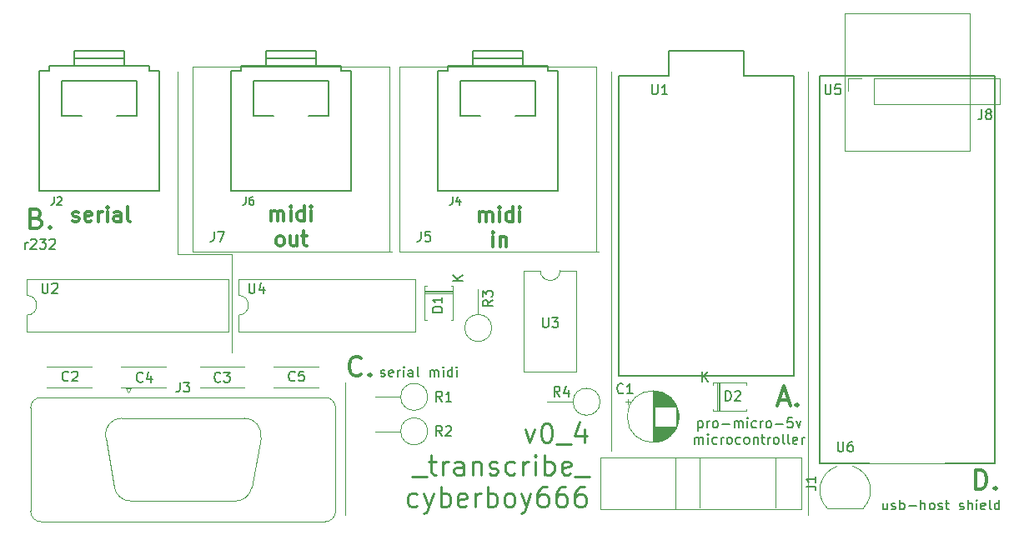
<source format=gto>
G04 #@! TF.GenerationSoftware,KiCad,Pcbnew,(5.1.4-0-10_14)*
G04 #@! TF.CreationDate,2021-06-29T13:44:29+12:00*
G04 #@! TF.ProjectId,transcribe_circuit,7472616e-7363-4726-9962-655f63697263,rev?*
G04 #@! TF.SameCoordinates,Original*
G04 #@! TF.FileFunction,Legend,Top*
G04 #@! TF.FilePolarity,Positive*
%FSLAX46Y46*%
G04 Gerber Fmt 4.6, Leading zero omitted, Abs format (unit mm)*
G04 Created by KiCad (PCBNEW (5.1.4-0-10_14)) date 2021-06-29 13:44:29*
%MOMM*%
%LPD*%
G04 APERTURE LIST*
%ADD10C,0.300000*%
%ADD11C,0.350000*%
%ADD12C,0.120000*%
%ADD13C,0.250000*%
%ADD14C,0.150000*%
G04 APERTURE END LIST*
D10*
X-243335714Y774796428D02*
X-243335714Y775796428D01*
X-243335714Y775653571D02*
X-243264285Y775725000D01*
X-243121428Y775796428D01*
X-242907142Y775796428D01*
X-242764285Y775725000D01*
X-242692857Y775582142D01*
X-242692857Y774796428D01*
X-242692857Y775582142D02*
X-242621428Y775725000D01*
X-242478571Y775796428D01*
X-242264285Y775796428D01*
X-242121428Y775725000D01*
X-242050000Y775582142D01*
X-242050000Y774796428D01*
X-241335714Y774796428D02*
X-241335714Y775796428D01*
X-241335714Y776296428D02*
X-241407142Y776225000D01*
X-241335714Y776153571D01*
X-241264285Y776225000D01*
X-241335714Y776296428D01*
X-241335714Y776153571D01*
X-239978571Y774796428D02*
X-239978571Y776296428D01*
X-239978571Y774867857D02*
X-240121428Y774796428D01*
X-240407142Y774796428D01*
X-240550000Y774867857D01*
X-240621428Y774939285D01*
X-240692857Y775082142D01*
X-240692857Y775510714D01*
X-240621428Y775653571D01*
X-240550000Y775725000D01*
X-240407142Y775796428D01*
X-240121428Y775796428D01*
X-239978571Y775725000D01*
X-239264285Y774796428D02*
X-239264285Y775796428D01*
X-239264285Y776296428D02*
X-239335714Y776225000D01*
X-239264285Y776153571D01*
X-239192857Y776225000D01*
X-239264285Y776296428D01*
X-239264285Y776153571D01*
X-241978571Y772246428D02*
X-241978571Y773246428D01*
X-241978571Y773746428D02*
X-242050000Y773675000D01*
X-241978571Y773603571D01*
X-241907142Y773675000D01*
X-241978571Y773746428D01*
X-241978571Y773603571D01*
X-241264285Y773246428D02*
X-241264285Y772246428D01*
X-241264285Y773103571D02*
X-241192857Y773175000D01*
X-241050000Y773246428D01*
X-240835714Y773246428D01*
X-240692857Y773175000D01*
X-240621428Y773032142D01*
X-240621428Y772246428D01*
X-264535714Y774896428D02*
X-264535714Y775896428D01*
X-264535714Y775753571D02*
X-264464285Y775825000D01*
X-264321428Y775896428D01*
X-264107142Y775896428D01*
X-263964285Y775825000D01*
X-263892857Y775682142D01*
X-263892857Y774896428D01*
X-263892857Y775682142D02*
X-263821428Y775825000D01*
X-263678571Y775896428D01*
X-263464285Y775896428D01*
X-263321428Y775825000D01*
X-263250000Y775682142D01*
X-263250000Y774896428D01*
X-262535714Y774896428D02*
X-262535714Y775896428D01*
X-262535714Y776396428D02*
X-262607142Y776325000D01*
X-262535714Y776253571D01*
X-262464285Y776325000D01*
X-262535714Y776396428D01*
X-262535714Y776253571D01*
X-261178571Y774896428D02*
X-261178571Y776396428D01*
X-261178571Y774967857D02*
X-261321428Y774896428D01*
X-261607142Y774896428D01*
X-261750000Y774967857D01*
X-261821428Y775039285D01*
X-261892857Y775182142D01*
X-261892857Y775610714D01*
X-261821428Y775753571D01*
X-261750000Y775825000D01*
X-261607142Y775896428D01*
X-261321428Y775896428D01*
X-261178571Y775825000D01*
X-260464285Y774896428D02*
X-260464285Y775896428D01*
X-260464285Y776396428D02*
X-260535714Y776325000D01*
X-260464285Y776253571D01*
X-260392857Y776325000D01*
X-260464285Y776396428D01*
X-260464285Y776253571D01*
X-263714285Y772346428D02*
X-263857142Y772417857D01*
X-263928571Y772489285D01*
X-264000000Y772632142D01*
X-264000000Y773060714D01*
X-263928571Y773203571D01*
X-263857142Y773275000D01*
X-263714285Y773346428D01*
X-263500000Y773346428D01*
X-263357142Y773275000D01*
X-263285714Y773203571D01*
X-263214285Y773060714D01*
X-263214285Y772632142D01*
X-263285714Y772489285D01*
X-263357142Y772417857D01*
X-263500000Y772346428D01*
X-263714285Y772346428D01*
X-261928571Y773346428D02*
X-261928571Y772346428D01*
X-262571428Y773346428D02*
X-262571428Y772560714D01*
X-262500000Y772417857D01*
X-262357142Y772346428D01*
X-262142857Y772346428D01*
X-262000000Y772417857D01*
X-261928571Y772489285D01*
X-261428571Y773346428D02*
X-260857142Y773346428D01*
X-261214285Y773846428D02*
X-261214285Y772560714D01*
X-261142857Y772417857D01*
X-261000000Y772346428D01*
X-260857142Y772346428D01*
X-284657142Y774892857D02*
X-284514285Y774821428D01*
X-284228571Y774821428D01*
X-284085714Y774892857D01*
X-284014285Y775035714D01*
X-284014285Y775107142D01*
X-284085714Y775250000D01*
X-284228571Y775321428D01*
X-284442857Y775321428D01*
X-284585714Y775392857D01*
X-284657142Y775535714D01*
X-284657142Y775607142D01*
X-284585714Y775750000D01*
X-284442857Y775821428D01*
X-284228571Y775821428D01*
X-284085714Y775750000D01*
X-282800000Y774892857D02*
X-282942857Y774821428D01*
X-283228571Y774821428D01*
X-283371428Y774892857D01*
X-283442857Y775035714D01*
X-283442857Y775607142D01*
X-283371428Y775750000D01*
X-283228571Y775821428D01*
X-282942857Y775821428D01*
X-282800000Y775750000D01*
X-282728571Y775607142D01*
X-282728571Y775464285D01*
X-283442857Y775321428D01*
X-282085714Y774821428D02*
X-282085714Y775821428D01*
X-282085714Y775535714D02*
X-282014285Y775678571D01*
X-281942857Y775750000D01*
X-281800000Y775821428D01*
X-281657142Y775821428D01*
X-281157142Y774821428D02*
X-281157142Y775821428D01*
X-281157142Y776321428D02*
X-281228571Y776250000D01*
X-281157142Y776178571D01*
X-281085714Y776250000D01*
X-281157142Y776321428D01*
X-281157142Y776178571D01*
X-279800000Y774821428D02*
X-279800000Y775607142D01*
X-279871428Y775750000D01*
X-280014285Y775821428D01*
X-280300000Y775821428D01*
X-280442857Y775750000D01*
X-279800000Y774892857D02*
X-279942857Y774821428D01*
X-280300000Y774821428D01*
X-280442857Y774892857D01*
X-280514285Y775035714D01*
X-280514285Y775178571D01*
X-280442857Y775321428D01*
X-280300000Y775392857D01*
X-279942857Y775392857D01*
X-279800000Y775464285D01*
X-278871428Y774821428D02*
X-279014285Y774892857D01*
X-279085714Y775035714D01*
X-279085714Y776321428D01*
D11*
X-193000000Y747595238D02*
X-193000000Y749595238D01*
X-192523809Y749595238D01*
X-192238095Y749500000D01*
X-192047619Y749309523D01*
X-191952380Y749119047D01*
X-191857142Y748738095D01*
X-191857142Y748452380D01*
X-191952380Y748071428D01*
X-192047619Y747880952D01*
X-192238095Y747690476D01*
X-192523809Y747595238D01*
X-193000000Y747595238D01*
X-191000000Y747785714D02*
X-190904761Y747690476D01*
X-191000000Y747595238D01*
X-191095238Y747690476D01*
X-191000000Y747785714D01*
X-191000000Y747595238D01*
D12*
X-268500000Y761500000D02*
X-268500000Y771500000D01*
X-274000000Y771500000D02*
X-274000000Y790000000D01*
X-268500000Y771500000D02*
X-274000000Y771500000D01*
X-257000000Y745000000D02*
X-257000000Y758500000D01*
D13*
X-238733928Y753678571D02*
X-238257738Y752345238D01*
X-237781547Y753678571D01*
X-236638690Y754345238D02*
X-236448214Y754345238D01*
X-236257738Y754250000D01*
X-236162500Y754154761D01*
X-236067261Y753964285D01*
X-235972023Y753583333D01*
X-235972023Y753107142D01*
X-236067261Y752726190D01*
X-236162500Y752535714D01*
X-236257738Y752440476D01*
X-236448214Y752345238D01*
X-236638690Y752345238D01*
X-236829166Y752440476D01*
X-236924404Y752535714D01*
X-237019642Y752726190D01*
X-237114880Y753107142D01*
X-237114880Y753583333D01*
X-237019642Y753964285D01*
X-236924404Y754154761D01*
X-236829166Y754250000D01*
X-236638690Y754345238D01*
X-235591071Y752154761D02*
X-234067261Y752154761D01*
X-232733928Y753678571D02*
X-232733928Y752345238D01*
X-233210119Y754440476D02*
X-233686309Y753011904D01*
X-232448214Y753011904D01*
X-250257738Y748904761D02*
X-248733928Y748904761D01*
X-248543452Y750428571D02*
X-247781547Y750428571D01*
X-248257738Y751095238D02*
X-248257738Y749380952D01*
X-248162500Y749190476D01*
X-247972023Y749095238D01*
X-247781547Y749095238D01*
X-247114880Y749095238D02*
X-247114880Y750428571D01*
X-247114880Y750047619D02*
X-247019642Y750238095D01*
X-246924404Y750333333D01*
X-246733928Y750428571D01*
X-246543452Y750428571D01*
X-245019642Y749095238D02*
X-245019642Y750142857D01*
X-245114880Y750333333D01*
X-245305357Y750428571D01*
X-245686309Y750428571D01*
X-245876785Y750333333D01*
X-245019642Y749190476D02*
X-245210119Y749095238D01*
X-245686309Y749095238D01*
X-245876785Y749190476D01*
X-245972023Y749380952D01*
X-245972023Y749571428D01*
X-245876785Y749761904D01*
X-245686309Y749857142D01*
X-245210119Y749857142D01*
X-245019642Y749952380D01*
X-244067261Y750428571D02*
X-244067261Y749095238D01*
X-244067261Y750238095D02*
X-243972023Y750333333D01*
X-243781547Y750428571D01*
X-243495833Y750428571D01*
X-243305357Y750333333D01*
X-243210119Y750142857D01*
X-243210119Y749095238D01*
X-242352976Y749190476D02*
X-242162500Y749095238D01*
X-241781547Y749095238D01*
X-241591071Y749190476D01*
X-241495833Y749380952D01*
X-241495833Y749476190D01*
X-241591071Y749666666D01*
X-241781547Y749761904D01*
X-242067261Y749761904D01*
X-242257738Y749857142D01*
X-242352976Y750047619D01*
X-242352976Y750142857D01*
X-242257738Y750333333D01*
X-242067261Y750428571D01*
X-241781547Y750428571D01*
X-241591071Y750333333D01*
X-239781547Y749190476D02*
X-239972023Y749095238D01*
X-240352976Y749095238D01*
X-240543452Y749190476D01*
X-240638690Y749285714D01*
X-240733928Y749476190D01*
X-240733928Y750047619D01*
X-240638690Y750238095D01*
X-240543452Y750333333D01*
X-240352976Y750428571D01*
X-239972023Y750428571D01*
X-239781547Y750333333D01*
X-238924404Y749095238D02*
X-238924404Y750428571D01*
X-238924404Y750047619D02*
X-238829166Y750238095D01*
X-238733928Y750333333D01*
X-238543452Y750428571D01*
X-238352976Y750428571D01*
X-237686309Y749095238D02*
X-237686309Y750428571D01*
X-237686309Y751095238D02*
X-237781547Y751000000D01*
X-237686309Y750904761D01*
X-237591071Y751000000D01*
X-237686309Y751095238D01*
X-237686309Y750904761D01*
X-236733928Y749095238D02*
X-236733928Y751095238D01*
X-236733928Y750333333D02*
X-236543452Y750428571D01*
X-236162500Y750428571D01*
X-235972023Y750333333D01*
X-235876785Y750238095D01*
X-235781547Y750047619D01*
X-235781547Y749476190D01*
X-235876785Y749285714D01*
X-235972023Y749190476D01*
X-236162500Y749095238D01*
X-236543452Y749095238D01*
X-236733928Y749190476D01*
X-234162500Y749190476D02*
X-234352976Y749095238D01*
X-234733928Y749095238D01*
X-234924404Y749190476D01*
X-235019642Y749380952D01*
X-235019642Y750142857D01*
X-234924404Y750333333D01*
X-234733928Y750428571D01*
X-234352976Y750428571D01*
X-234162500Y750333333D01*
X-234067261Y750142857D01*
X-234067261Y749952380D01*
X-235019642Y749761904D01*
X-233686309Y748904761D02*
X-232162500Y748904761D01*
X-249686309Y745940476D02*
X-249876785Y745845238D01*
X-250257738Y745845238D01*
X-250448214Y745940476D01*
X-250543452Y746035714D01*
X-250638690Y746226190D01*
X-250638690Y746797619D01*
X-250543452Y746988095D01*
X-250448214Y747083333D01*
X-250257738Y747178571D01*
X-249876785Y747178571D01*
X-249686309Y747083333D01*
X-249019642Y747178571D02*
X-248543452Y745845238D01*
X-248067261Y747178571D02*
X-248543452Y745845238D01*
X-248733928Y745369047D01*
X-248829166Y745273809D01*
X-249019642Y745178571D01*
X-247305357Y745845238D02*
X-247305357Y747845238D01*
X-247305357Y747083333D02*
X-247114880Y747178571D01*
X-246733928Y747178571D01*
X-246543452Y747083333D01*
X-246448214Y746988095D01*
X-246352976Y746797619D01*
X-246352976Y746226190D01*
X-246448214Y746035714D01*
X-246543452Y745940476D01*
X-246733928Y745845238D01*
X-247114880Y745845238D01*
X-247305357Y745940476D01*
X-244733928Y745940476D02*
X-244924404Y745845238D01*
X-245305357Y745845238D01*
X-245495833Y745940476D01*
X-245591071Y746130952D01*
X-245591071Y746892857D01*
X-245495833Y747083333D01*
X-245305357Y747178571D01*
X-244924404Y747178571D01*
X-244733928Y747083333D01*
X-244638690Y746892857D01*
X-244638690Y746702380D01*
X-245591071Y746511904D01*
X-243781547Y745845238D02*
X-243781547Y747178571D01*
X-243781547Y746797619D02*
X-243686309Y746988095D01*
X-243591071Y747083333D01*
X-243400595Y747178571D01*
X-243210119Y747178571D01*
X-242543452Y745845238D02*
X-242543452Y747845238D01*
X-242543452Y747083333D02*
X-242352976Y747178571D01*
X-241972023Y747178571D01*
X-241781547Y747083333D01*
X-241686309Y746988095D01*
X-241591071Y746797619D01*
X-241591071Y746226190D01*
X-241686309Y746035714D01*
X-241781547Y745940476D01*
X-241972023Y745845238D01*
X-242352976Y745845238D01*
X-242543452Y745940476D01*
X-240448214Y745845238D02*
X-240638690Y745940476D01*
X-240733928Y746035714D01*
X-240829166Y746226190D01*
X-240829166Y746797619D01*
X-240733928Y746988095D01*
X-240638690Y747083333D01*
X-240448214Y747178571D01*
X-240162500Y747178571D01*
X-239972023Y747083333D01*
X-239876785Y746988095D01*
X-239781547Y746797619D01*
X-239781547Y746226190D01*
X-239876785Y746035714D01*
X-239972023Y745940476D01*
X-240162500Y745845238D01*
X-240448214Y745845238D01*
X-239114880Y747178571D02*
X-238638690Y745845238D01*
X-238162500Y747178571D02*
X-238638690Y745845238D01*
X-238829166Y745369047D01*
X-238924404Y745273809D01*
X-239114880Y745178571D01*
X-236543452Y747845238D02*
X-236924404Y747845238D01*
X-237114880Y747750000D01*
X-237210119Y747654761D01*
X-237400595Y747369047D01*
X-237495833Y746988095D01*
X-237495833Y746226190D01*
X-237400595Y746035714D01*
X-237305357Y745940476D01*
X-237114880Y745845238D01*
X-236733928Y745845238D01*
X-236543452Y745940476D01*
X-236448214Y746035714D01*
X-236352976Y746226190D01*
X-236352976Y746702380D01*
X-236448214Y746892857D01*
X-236543452Y746988095D01*
X-236733928Y747083333D01*
X-237114880Y747083333D01*
X-237305357Y746988095D01*
X-237400595Y746892857D01*
X-237495833Y746702380D01*
X-234638690Y747845238D02*
X-235019642Y747845238D01*
X-235210119Y747750000D01*
X-235305357Y747654761D01*
X-235495833Y747369047D01*
X-235591071Y746988095D01*
X-235591071Y746226190D01*
X-235495833Y746035714D01*
X-235400595Y745940476D01*
X-235210119Y745845238D01*
X-234829166Y745845238D01*
X-234638690Y745940476D01*
X-234543452Y746035714D01*
X-234448214Y746226190D01*
X-234448214Y746702380D01*
X-234543452Y746892857D01*
X-234638690Y746988095D01*
X-234829166Y747083333D01*
X-235210119Y747083333D01*
X-235400595Y746988095D01*
X-235495833Y746892857D01*
X-235591071Y746702380D01*
X-232733928Y747845238D02*
X-233114880Y747845238D01*
X-233305357Y747750000D01*
X-233400595Y747654761D01*
X-233591071Y747369047D01*
X-233686309Y746988095D01*
X-233686309Y746226190D01*
X-233591071Y746035714D01*
X-233495833Y745940476D01*
X-233305357Y745845238D01*
X-232924404Y745845238D01*
X-232733928Y745940476D01*
X-232638690Y746035714D01*
X-232543452Y746226190D01*
X-232543452Y746702380D01*
X-232638690Y746892857D01*
X-232733928Y746988095D01*
X-232924404Y747083333D01*
X-233305357Y747083333D01*
X-233495833Y746988095D01*
X-233591071Y746892857D01*
X-233686309Y746702380D01*
D14*
X-289500000Y772047619D02*
X-289500000Y772714285D01*
X-289500000Y772523809D02*
X-289452380Y772619047D01*
X-289404761Y772666666D01*
X-289309523Y772714285D01*
X-289214285Y772714285D01*
X-288928571Y772952380D02*
X-288880952Y773000000D01*
X-288785714Y773047619D01*
X-288547619Y773047619D01*
X-288452380Y773000000D01*
X-288404761Y772952380D01*
X-288357142Y772857142D01*
X-288357142Y772761904D01*
X-288404761Y772619047D01*
X-288976190Y772047619D01*
X-288357142Y772047619D01*
X-288023809Y773047619D02*
X-287404761Y773047619D01*
X-287738095Y772666666D01*
X-287595238Y772666666D01*
X-287500000Y772619047D01*
X-287452380Y772571428D01*
X-287404761Y772476190D01*
X-287404761Y772238095D01*
X-287452380Y772142857D01*
X-287500000Y772095238D01*
X-287595238Y772047619D01*
X-287880952Y772047619D01*
X-287976190Y772095238D01*
X-288023809Y772142857D01*
X-287023809Y772952380D02*
X-286976190Y773000000D01*
X-286880952Y773047619D01*
X-286642857Y773047619D01*
X-286547619Y773000000D01*
X-286500000Y772952380D01*
X-286452380Y772857142D01*
X-286452380Y772761904D01*
X-286500000Y772619047D01*
X-287071428Y772047619D01*
X-286452380Y772047619D01*
X-253380952Y759095238D02*
X-253285714Y759047619D01*
X-253095238Y759047619D01*
X-253000000Y759095238D01*
X-252952380Y759190476D01*
X-252952380Y759238095D01*
X-253000000Y759333333D01*
X-253095238Y759380952D01*
X-253238095Y759380952D01*
X-253333333Y759428571D01*
X-253380952Y759523809D01*
X-253380952Y759571428D01*
X-253333333Y759666666D01*
X-253238095Y759714285D01*
X-253095238Y759714285D01*
X-253000000Y759666666D01*
X-252142857Y759095238D02*
X-252238095Y759047619D01*
X-252428571Y759047619D01*
X-252523809Y759095238D01*
X-252571428Y759190476D01*
X-252571428Y759571428D01*
X-252523809Y759666666D01*
X-252428571Y759714285D01*
X-252238095Y759714285D01*
X-252142857Y759666666D01*
X-252095238Y759571428D01*
X-252095238Y759476190D01*
X-252571428Y759380952D01*
X-251666666Y759047619D02*
X-251666666Y759714285D01*
X-251666666Y759523809D02*
X-251619047Y759619047D01*
X-251571428Y759666666D01*
X-251476190Y759714285D01*
X-251380952Y759714285D01*
X-251047619Y759047619D02*
X-251047619Y759714285D01*
X-251047619Y760047619D02*
X-251095238Y760000000D01*
X-251047619Y759952380D01*
X-251000000Y760000000D01*
X-251047619Y760047619D01*
X-251047619Y759952380D01*
X-250142857Y759047619D02*
X-250142857Y759571428D01*
X-250190476Y759666666D01*
X-250285714Y759714285D01*
X-250476190Y759714285D01*
X-250571428Y759666666D01*
X-250142857Y759095238D02*
X-250238095Y759047619D01*
X-250476190Y759047619D01*
X-250571428Y759095238D01*
X-250619047Y759190476D01*
X-250619047Y759285714D01*
X-250571428Y759380952D01*
X-250476190Y759428571D01*
X-250238095Y759428571D01*
X-250142857Y759476190D01*
X-249523809Y759047619D02*
X-249619047Y759095238D01*
X-249666666Y759190476D01*
X-249666666Y760047619D01*
X-248380952Y759047619D02*
X-248380952Y759714285D01*
X-248380952Y759619047D02*
X-248333333Y759666666D01*
X-248238095Y759714285D01*
X-248095238Y759714285D01*
X-248000000Y759666666D01*
X-247952380Y759571428D01*
X-247952380Y759047619D01*
X-247952380Y759571428D02*
X-247904761Y759666666D01*
X-247809523Y759714285D01*
X-247666666Y759714285D01*
X-247571428Y759666666D01*
X-247523809Y759571428D01*
X-247523809Y759047619D01*
X-247047619Y759047619D02*
X-247047619Y759714285D01*
X-247047619Y760047619D02*
X-247095238Y760000000D01*
X-247047619Y759952380D01*
X-247000000Y760000000D01*
X-247047619Y760047619D01*
X-247047619Y759952380D01*
X-246142857Y759047619D02*
X-246142857Y760047619D01*
X-246142857Y759095238D02*
X-246238095Y759047619D01*
X-246428571Y759047619D01*
X-246523809Y759095238D01*
X-246571428Y759142857D01*
X-246619047Y759238095D01*
X-246619047Y759523809D01*
X-246571428Y759619047D01*
X-246523809Y759666666D01*
X-246428571Y759714285D01*
X-246238095Y759714285D01*
X-246142857Y759666666D01*
X-245666666Y759047619D02*
X-245666666Y759714285D01*
X-245666666Y760047619D02*
X-245714285Y760000000D01*
X-245666666Y759952380D01*
X-245619047Y760000000D01*
X-245666666Y760047619D01*
X-245666666Y759952380D01*
X-221166666Y754539285D02*
X-221166666Y753539285D01*
X-221166666Y754491666D02*
X-221071428Y754539285D01*
X-220880952Y754539285D01*
X-220785714Y754491666D01*
X-220738095Y754444047D01*
X-220690476Y754348809D01*
X-220690476Y754063095D01*
X-220738095Y753967857D01*
X-220785714Y753920238D01*
X-220880952Y753872619D01*
X-221071428Y753872619D01*
X-221166666Y753920238D01*
X-220261904Y753872619D02*
X-220261904Y754539285D01*
X-220261904Y754348809D02*
X-220214285Y754444047D01*
X-220166666Y754491666D01*
X-220071428Y754539285D01*
X-219976190Y754539285D01*
X-219500000Y753872619D02*
X-219595238Y753920238D01*
X-219642857Y753967857D01*
X-219690476Y754063095D01*
X-219690476Y754348809D01*
X-219642857Y754444047D01*
X-219595238Y754491666D01*
X-219500000Y754539285D01*
X-219357142Y754539285D01*
X-219261904Y754491666D01*
X-219214285Y754444047D01*
X-219166666Y754348809D01*
X-219166666Y754063095D01*
X-219214285Y753967857D01*
X-219261904Y753920238D01*
X-219357142Y753872619D01*
X-219500000Y753872619D01*
X-218738095Y754253571D02*
X-217976190Y754253571D01*
X-217500000Y753872619D02*
X-217500000Y754539285D01*
X-217500000Y754444047D02*
X-217452380Y754491666D01*
X-217357142Y754539285D01*
X-217214285Y754539285D01*
X-217119047Y754491666D01*
X-217071428Y754396428D01*
X-217071428Y753872619D01*
X-217071428Y754396428D02*
X-217023809Y754491666D01*
X-216928571Y754539285D01*
X-216785714Y754539285D01*
X-216690476Y754491666D01*
X-216642857Y754396428D01*
X-216642857Y753872619D01*
X-216166666Y753872619D02*
X-216166666Y754539285D01*
X-216166666Y754872619D02*
X-216214285Y754825000D01*
X-216166666Y754777380D01*
X-216119047Y754825000D01*
X-216166666Y754872619D01*
X-216166666Y754777380D01*
X-215261904Y753920238D02*
X-215357142Y753872619D01*
X-215547619Y753872619D01*
X-215642857Y753920238D01*
X-215690476Y753967857D01*
X-215738095Y754063095D01*
X-215738095Y754348809D01*
X-215690476Y754444047D01*
X-215642857Y754491666D01*
X-215547619Y754539285D01*
X-215357142Y754539285D01*
X-215261904Y754491666D01*
X-214833333Y753872619D02*
X-214833333Y754539285D01*
X-214833333Y754348809D02*
X-214785714Y754444047D01*
X-214738095Y754491666D01*
X-214642857Y754539285D01*
X-214547619Y754539285D01*
X-214071428Y753872619D02*
X-214166666Y753920238D01*
X-214214285Y753967857D01*
X-214261904Y754063095D01*
X-214261904Y754348809D01*
X-214214285Y754444047D01*
X-214166666Y754491666D01*
X-214071428Y754539285D01*
X-213928571Y754539285D01*
X-213833333Y754491666D01*
X-213785714Y754444047D01*
X-213738095Y754348809D01*
X-213738095Y754063095D01*
X-213785714Y753967857D01*
X-213833333Y753920238D01*
X-213928571Y753872619D01*
X-214071428Y753872619D01*
X-213309523Y754253571D02*
X-212547619Y754253571D01*
X-211595238Y754872619D02*
X-212071428Y754872619D01*
X-212119047Y754396428D01*
X-212071428Y754444047D01*
X-211976190Y754491666D01*
X-211738095Y754491666D01*
X-211642857Y754444047D01*
X-211595238Y754396428D01*
X-211547619Y754301190D01*
X-211547619Y754063095D01*
X-211595238Y753967857D01*
X-211642857Y753920238D01*
X-211738095Y753872619D01*
X-211976190Y753872619D01*
X-212071428Y753920238D01*
X-212119047Y753967857D01*
X-211214285Y754539285D02*
X-210976190Y753872619D01*
X-210738095Y754539285D01*
X-221500000Y752222619D02*
X-221500000Y752889285D01*
X-221500000Y752794047D02*
X-221452380Y752841666D01*
X-221357142Y752889285D01*
X-221214285Y752889285D01*
X-221119047Y752841666D01*
X-221071428Y752746428D01*
X-221071428Y752222619D01*
X-221071428Y752746428D02*
X-221023809Y752841666D01*
X-220928571Y752889285D01*
X-220785714Y752889285D01*
X-220690476Y752841666D01*
X-220642857Y752746428D01*
X-220642857Y752222619D01*
X-220166666Y752222619D02*
X-220166666Y752889285D01*
X-220166666Y753222619D02*
X-220214285Y753175000D01*
X-220166666Y753127380D01*
X-220119047Y753175000D01*
X-220166666Y753222619D01*
X-220166666Y753127380D01*
X-219261904Y752270238D02*
X-219357142Y752222619D01*
X-219547619Y752222619D01*
X-219642857Y752270238D01*
X-219690476Y752317857D01*
X-219738095Y752413095D01*
X-219738095Y752698809D01*
X-219690476Y752794047D01*
X-219642857Y752841666D01*
X-219547619Y752889285D01*
X-219357142Y752889285D01*
X-219261904Y752841666D01*
X-218833333Y752222619D02*
X-218833333Y752889285D01*
X-218833333Y752698809D02*
X-218785714Y752794047D01*
X-218738095Y752841666D01*
X-218642857Y752889285D01*
X-218547619Y752889285D01*
X-218071428Y752222619D02*
X-218166666Y752270238D01*
X-218214285Y752317857D01*
X-218261904Y752413095D01*
X-218261904Y752698809D01*
X-218214285Y752794047D01*
X-218166666Y752841666D01*
X-218071428Y752889285D01*
X-217928571Y752889285D01*
X-217833333Y752841666D01*
X-217785714Y752794047D01*
X-217738095Y752698809D01*
X-217738095Y752413095D01*
X-217785714Y752317857D01*
X-217833333Y752270238D01*
X-217928571Y752222619D01*
X-218071428Y752222619D01*
X-216880952Y752270238D02*
X-216976190Y752222619D01*
X-217166666Y752222619D01*
X-217261904Y752270238D01*
X-217309523Y752317857D01*
X-217357142Y752413095D01*
X-217357142Y752698809D01*
X-217309523Y752794047D01*
X-217261904Y752841666D01*
X-217166666Y752889285D01*
X-216976190Y752889285D01*
X-216880952Y752841666D01*
X-216309523Y752222619D02*
X-216404761Y752270238D01*
X-216452380Y752317857D01*
X-216500000Y752413095D01*
X-216500000Y752698809D01*
X-216452380Y752794047D01*
X-216404761Y752841666D01*
X-216309523Y752889285D01*
X-216166666Y752889285D01*
X-216071428Y752841666D01*
X-216023809Y752794047D01*
X-215976190Y752698809D01*
X-215976190Y752413095D01*
X-216023809Y752317857D01*
X-216071428Y752270238D01*
X-216166666Y752222619D01*
X-216309523Y752222619D01*
X-215547619Y752889285D02*
X-215547619Y752222619D01*
X-215547619Y752794047D02*
X-215500000Y752841666D01*
X-215404761Y752889285D01*
X-215261904Y752889285D01*
X-215166666Y752841666D01*
X-215119047Y752746428D01*
X-215119047Y752222619D01*
X-214785714Y752889285D02*
X-214404761Y752889285D01*
X-214642857Y753222619D02*
X-214642857Y752365476D01*
X-214595238Y752270238D01*
X-214500000Y752222619D01*
X-214404761Y752222619D01*
X-214071428Y752222619D02*
X-214071428Y752889285D01*
X-214071428Y752698809D02*
X-214023809Y752794047D01*
X-213976190Y752841666D01*
X-213880952Y752889285D01*
X-213785714Y752889285D01*
X-213309523Y752222619D02*
X-213404761Y752270238D01*
X-213452380Y752317857D01*
X-213500000Y752413095D01*
X-213500000Y752698809D01*
X-213452380Y752794047D01*
X-213404761Y752841666D01*
X-213309523Y752889285D01*
X-213166666Y752889285D01*
X-213071428Y752841666D01*
X-213023809Y752794047D01*
X-212976190Y752698809D01*
X-212976190Y752413095D01*
X-213023809Y752317857D01*
X-213071428Y752270238D01*
X-213166666Y752222619D01*
X-213309523Y752222619D01*
X-212404761Y752222619D02*
X-212500000Y752270238D01*
X-212547619Y752365476D01*
X-212547619Y753222619D01*
X-211880952Y752222619D02*
X-211976190Y752270238D01*
X-212023809Y752365476D01*
X-212023809Y753222619D01*
X-211119047Y752270238D02*
X-211214285Y752222619D01*
X-211404761Y752222619D01*
X-211499999Y752270238D01*
X-211547619Y752365476D01*
X-211547619Y752746428D01*
X-211499999Y752841666D01*
X-211404761Y752889285D01*
X-211214285Y752889285D01*
X-211119047Y752841666D01*
X-211071428Y752746428D01*
X-211071428Y752651190D01*
X-211547619Y752555952D01*
X-210642857Y752222619D02*
X-210642857Y752889285D01*
X-210642857Y752698809D02*
X-210595238Y752794047D01*
X-210547619Y752841666D01*
X-210452380Y752889285D01*
X-210357142Y752889285D01*
X-201976190Y746214285D02*
X-201976190Y745547619D01*
X-202404761Y746214285D02*
X-202404761Y745690476D01*
X-202357142Y745595238D01*
X-202261904Y745547619D01*
X-202119047Y745547619D01*
X-202023809Y745595238D01*
X-201976190Y745642857D01*
X-201547619Y745595238D02*
X-201452380Y745547619D01*
X-201261904Y745547619D01*
X-201166666Y745595238D01*
X-201119047Y745690476D01*
X-201119047Y745738095D01*
X-201166666Y745833333D01*
X-201261904Y745880952D01*
X-201404761Y745880952D01*
X-201500000Y745928571D01*
X-201547619Y746023809D01*
X-201547619Y746071428D01*
X-201500000Y746166666D01*
X-201404761Y746214285D01*
X-201261904Y746214285D01*
X-201166666Y746166666D01*
X-200690476Y745547619D02*
X-200690476Y746547619D01*
X-200690476Y746166666D02*
X-200595238Y746214285D01*
X-200404761Y746214285D01*
X-200309523Y746166666D01*
X-200261904Y746119047D01*
X-200214285Y746023809D01*
X-200214285Y745738095D01*
X-200261904Y745642857D01*
X-200309523Y745595238D01*
X-200404761Y745547619D01*
X-200595238Y745547619D01*
X-200690476Y745595238D01*
X-199785714Y745928571D02*
X-199023809Y745928571D01*
X-198547619Y745547619D02*
X-198547619Y746547619D01*
X-198119047Y745547619D02*
X-198119047Y746071428D01*
X-198166666Y746166666D01*
X-198261904Y746214285D01*
X-198404761Y746214285D01*
X-198500000Y746166666D01*
X-198547619Y746119047D01*
X-197500000Y745547619D02*
X-197595238Y745595238D01*
X-197642857Y745642857D01*
X-197690476Y745738095D01*
X-197690476Y746023809D01*
X-197642857Y746119047D01*
X-197595238Y746166666D01*
X-197500000Y746214285D01*
X-197357142Y746214285D01*
X-197261904Y746166666D01*
X-197214285Y746119047D01*
X-197166666Y746023809D01*
X-197166666Y745738095D01*
X-197214285Y745642857D01*
X-197261904Y745595238D01*
X-197357142Y745547619D01*
X-197500000Y745547619D01*
X-196785714Y745595238D02*
X-196690476Y745547619D01*
X-196500000Y745547619D01*
X-196404761Y745595238D01*
X-196357142Y745690476D01*
X-196357142Y745738095D01*
X-196404761Y745833333D01*
X-196500000Y745880952D01*
X-196642857Y745880952D01*
X-196738095Y745928571D01*
X-196785714Y746023809D01*
X-196785714Y746071428D01*
X-196738095Y746166666D01*
X-196642857Y746214285D01*
X-196500000Y746214285D01*
X-196404761Y746166666D01*
X-196071428Y746214285D02*
X-195690476Y746214285D01*
X-195928571Y746547619D02*
X-195928571Y745690476D01*
X-195880952Y745595238D01*
X-195785714Y745547619D01*
X-195690476Y745547619D01*
X-194642857Y745595238D02*
X-194547619Y745547619D01*
X-194357142Y745547619D01*
X-194261904Y745595238D01*
X-194214285Y745690476D01*
X-194214285Y745738095D01*
X-194261904Y745833333D01*
X-194357142Y745880952D01*
X-194500000Y745880952D01*
X-194595238Y745928571D01*
X-194642857Y746023809D01*
X-194642857Y746071428D01*
X-194595238Y746166666D01*
X-194500000Y746214285D01*
X-194357142Y746214285D01*
X-194261904Y746166666D01*
X-193785714Y745547619D02*
X-193785714Y746547619D01*
X-193357142Y745547619D02*
X-193357142Y746071428D01*
X-193404761Y746166666D01*
X-193500000Y746214285D01*
X-193642857Y746214285D01*
X-193738095Y746166666D01*
X-193785714Y746119047D01*
X-192880952Y745547619D02*
X-192880952Y746214285D01*
X-192880952Y746547619D02*
X-192928571Y746500000D01*
X-192880952Y746452380D01*
X-192833333Y746500000D01*
X-192880952Y746547619D01*
X-192880952Y746452380D01*
X-192023809Y745595238D02*
X-192119047Y745547619D01*
X-192309523Y745547619D01*
X-192404761Y745595238D01*
X-192452380Y745690476D01*
X-192452380Y746071428D01*
X-192404761Y746166666D01*
X-192309523Y746214285D01*
X-192119047Y746214285D01*
X-192023809Y746166666D01*
X-191976190Y746071428D01*
X-191976190Y745976190D01*
X-192452380Y745880952D01*
X-191404761Y745547619D02*
X-191500000Y745595238D01*
X-191547619Y745690476D01*
X-191547619Y746547619D01*
X-190595238Y745547619D02*
X-190595238Y746547619D01*
X-190595238Y745595238D02*
X-190690476Y745547619D01*
X-190880952Y745547619D01*
X-190976190Y745595238D01*
X-191023809Y745642857D01*
X-191071428Y745738095D01*
X-191071428Y746023809D01*
X-191023809Y746119047D01*
X-190976190Y746166666D01*
X-190880952Y746214285D01*
X-190690476Y746214285D01*
X-190595238Y746166666D01*
D11*
X-255357142Y759285714D02*
X-255452380Y759190476D01*
X-255738095Y759095238D01*
X-255928571Y759095238D01*
X-256214285Y759190476D01*
X-256404761Y759380952D01*
X-256500000Y759571428D01*
X-256595238Y759952380D01*
X-256595238Y760238095D01*
X-256500000Y760619047D01*
X-256404761Y760809523D01*
X-256214285Y761000000D01*
X-255928571Y761095238D01*
X-255738095Y761095238D01*
X-255452380Y761000000D01*
X-255357142Y760904761D01*
X-254500000Y759285714D02*
X-254404761Y759190476D01*
X-254500000Y759095238D01*
X-254595238Y759190476D01*
X-254500000Y759285714D01*
X-254500000Y759095238D01*
X-288333333Y775142857D02*
X-288047619Y775047619D01*
X-287952380Y774952380D01*
X-287857142Y774761904D01*
X-287857142Y774476190D01*
X-287952380Y774285714D01*
X-288047619Y774190476D01*
X-288238095Y774095238D01*
X-289000000Y774095238D01*
X-289000000Y776095238D01*
X-288333333Y776095238D01*
X-288142857Y776000000D01*
X-288047619Y775904761D01*
X-287952380Y775714285D01*
X-287952380Y775523809D01*
X-288047619Y775333333D01*
X-288142857Y775238095D01*
X-288333333Y775142857D01*
X-289000000Y775142857D01*
X-287000000Y774285714D02*
X-286904761Y774190476D01*
X-287000000Y774095238D01*
X-287095238Y774190476D01*
X-287000000Y774285714D01*
X-287000000Y774095238D01*
X-212952380Y756666666D02*
X-212000000Y756666666D01*
X-213142857Y756095238D02*
X-212476190Y758095238D01*
X-211809523Y756095238D01*
X-211142857Y756285714D02*
X-211047619Y756190476D01*
X-211142857Y756095238D01*
X-211238095Y756190476D01*
X-211142857Y756285714D01*
X-211142857Y756095238D01*
D12*
X-230000000Y790000000D02*
X-230000000Y751500000D01*
X-210000000Y745000000D02*
X-210000000Y754000000D01*
X-210000000Y790000000D02*
X-210000000Y745000000D01*
X-246260000Y768260000D02*
X-246080000Y768260000D01*
X-246080000Y768260000D02*
X-246080000Y764820000D01*
X-246080000Y764820000D02*
X-246260000Y764820000D01*
X-248740000Y768260000D02*
X-248920000Y768260000D01*
X-248920000Y768260000D02*
X-248920000Y764820000D01*
X-248920000Y764820000D02*
X-248740000Y764820000D01*
X-246080000Y767660000D02*
X-248920000Y767660000D01*
X-246080000Y767540000D02*
X-248920000Y767540000D01*
X-246080000Y767780000D02*
X-248920000Y767780000D01*
D14*
X-208790000Y789630000D02*
X-191010000Y789630000D01*
X-208790000Y750260000D02*
X-208790000Y789630000D01*
X-203710000Y750260000D02*
X-208790000Y750260000D01*
X-191010000Y750260000D02*
X-196090000Y750260000D01*
X-191010000Y750260000D02*
X-191010000Y789630000D01*
D12*
X-203710000Y750260000D02*
X-196090000Y750260000D01*
X-206250000Y782010000D02*
X-193550000Y782010000D01*
X-193550000Y782010000D02*
X-193550000Y795980000D01*
X-193550000Y795980000D02*
X-206250000Y795980000D01*
X-206250000Y795980000D02*
X-206250000Y782010000D01*
X-251370000Y753500000D02*
X-253980000Y753500000D01*
X-248630000Y753500000D02*
G75*
G03X-248630000Y753500000I-1370000J0D01*
G01*
X-289330000Y767310000D02*
G75*
G02X-289330000Y765310000I0J-1000000D01*
G01*
X-289330000Y765310000D02*
X-289330000Y763660000D01*
X-289330000Y763660000D02*
X-268890000Y763660000D01*
X-268890000Y763660000D02*
X-268890000Y768960000D01*
X-268890000Y768960000D02*
X-289330000Y768960000D01*
X-289330000Y768960000D02*
X-289330000Y767310000D01*
X-235190000Y769830000D02*
G75*
G02X-237190000Y769830000I-1000000J0D01*
G01*
X-237190000Y769830000D02*
X-238840000Y769830000D01*
X-238840000Y769830000D02*
X-238840000Y759550000D01*
X-238840000Y759550000D02*
X-233540000Y759550000D01*
X-233540000Y759550000D02*
X-233540000Y769830000D01*
X-233540000Y769830000D02*
X-235190000Y769830000D01*
X-242130000Y764000000D02*
G75*
G03X-242130000Y764000000I-1370000J0D01*
G01*
X-243500000Y765370000D02*
X-243500000Y767980000D01*
X-233870000Y756500000D02*
X-236480000Y756500000D01*
X-231130000Y756500000D02*
G75*
G03X-231130000Y756500000I-1370000J0D01*
G01*
X-248630000Y757000000D02*
G75*
G03X-248630000Y757000000I-1370000J0D01*
G01*
X-251370000Y757000000D02*
X-253980000Y757000000D01*
X-267830000Y767310000D02*
G75*
G02X-267830000Y765310000I0J-1000000D01*
G01*
X-267830000Y765310000D02*
X-267830000Y763660000D01*
X-267830000Y763660000D02*
X-249930000Y763660000D01*
X-249930000Y763660000D02*
X-249930000Y768960000D01*
X-249930000Y768960000D02*
X-267830000Y768960000D01*
X-267830000Y768960000D02*
X-267830000Y767310000D01*
D14*
X-211410000Y759160000D02*
X-229190000Y759160000D01*
X-211410000Y789640000D02*
X-211410000Y759160000D01*
X-216490000Y789640000D02*
X-211410000Y789640000D01*
X-216490000Y792180000D02*
X-216490000Y789640000D01*
X-224110000Y792180000D02*
X-216490000Y792180000D01*
X-224110000Y789640000D02*
X-224110000Y792180000D01*
X-229190000Y789640000D02*
X-224110000Y789640000D01*
X-229190000Y789640000D02*
X-229190000Y759160000D01*
D12*
X-223130000Y755000000D02*
G75*
G03X-223130000Y755000000I-2620000J0D01*
G01*
X-225750000Y757580000D02*
X-225750000Y752420000D01*
X-225710000Y757580000D02*
X-225710000Y752420000D01*
X-225670000Y757579000D02*
X-225670000Y752421000D01*
X-225630000Y757578000D02*
X-225630000Y752422000D01*
X-225590000Y757576000D02*
X-225590000Y752424000D01*
X-225550000Y757573000D02*
X-225550000Y752427000D01*
X-225510000Y757569000D02*
X-225510000Y756040000D01*
X-225510000Y753960000D02*
X-225510000Y752431000D01*
X-225470000Y757565000D02*
X-225470000Y756040000D01*
X-225470000Y753960000D02*
X-225470000Y752435000D01*
X-225430000Y757561000D02*
X-225430000Y756040000D01*
X-225430000Y753960000D02*
X-225430000Y752439000D01*
X-225390000Y757556000D02*
X-225390000Y756040000D01*
X-225390000Y753960000D02*
X-225390000Y752444000D01*
X-225350000Y757550000D02*
X-225350000Y756040000D01*
X-225350000Y753960000D02*
X-225350000Y752450000D01*
X-225310000Y757543000D02*
X-225310000Y756040000D01*
X-225310000Y753960000D02*
X-225310000Y752457000D01*
X-225270000Y757536000D02*
X-225270000Y756040000D01*
X-225270000Y753960000D02*
X-225270000Y752464000D01*
X-225230000Y757528000D02*
X-225230000Y756040000D01*
X-225230000Y753960000D02*
X-225230000Y752472000D01*
X-225190000Y757520000D02*
X-225190000Y756040000D01*
X-225190000Y753960000D02*
X-225190000Y752480000D01*
X-225150000Y757511000D02*
X-225150000Y756040000D01*
X-225150000Y753960000D02*
X-225150000Y752489000D01*
X-225110000Y757501000D02*
X-225110000Y756040000D01*
X-225110000Y753960000D02*
X-225110000Y752499000D01*
X-225070000Y757491000D02*
X-225070000Y756040000D01*
X-225070000Y753960000D02*
X-225070000Y752509000D01*
X-225029000Y757480000D02*
X-225029000Y756040000D01*
X-225029000Y753960000D02*
X-225029000Y752520000D01*
X-224989000Y757468000D02*
X-224989000Y756040000D01*
X-224989000Y753960000D02*
X-224989000Y752532000D01*
X-224949000Y757455000D02*
X-224949000Y756040000D01*
X-224949000Y753960000D02*
X-224949000Y752545000D01*
X-224909000Y757442000D02*
X-224909000Y756040000D01*
X-224909000Y753960000D02*
X-224909000Y752558000D01*
X-224869000Y757428000D02*
X-224869000Y756040000D01*
X-224869000Y753960000D02*
X-224869000Y752572000D01*
X-224829000Y757414000D02*
X-224829000Y756040000D01*
X-224829000Y753960000D02*
X-224829000Y752586000D01*
X-224789000Y757398000D02*
X-224789000Y756040000D01*
X-224789000Y753960000D02*
X-224789000Y752602000D01*
X-224749000Y757382000D02*
X-224749000Y756040000D01*
X-224749000Y753960000D02*
X-224749000Y752618000D01*
X-224709000Y757365000D02*
X-224709000Y756040000D01*
X-224709000Y753960000D02*
X-224709000Y752635000D01*
X-224669000Y757348000D02*
X-224669000Y756040000D01*
X-224669000Y753960000D02*
X-224669000Y752652000D01*
X-224629000Y757329000D02*
X-224629000Y756040000D01*
X-224629000Y753960000D02*
X-224629000Y752671000D01*
X-224589000Y757310000D02*
X-224589000Y756040000D01*
X-224589000Y753960000D02*
X-224589000Y752690000D01*
X-224549000Y757290000D02*
X-224549000Y756040000D01*
X-224549000Y753960000D02*
X-224549000Y752710000D01*
X-224509000Y757268000D02*
X-224509000Y756040000D01*
X-224509000Y753960000D02*
X-224509000Y752732000D01*
X-224469000Y757247000D02*
X-224469000Y756040000D01*
X-224469000Y753960000D02*
X-224469000Y752753000D01*
X-224429000Y757224000D02*
X-224429000Y756040000D01*
X-224429000Y753960000D02*
X-224429000Y752776000D01*
X-224389000Y757200000D02*
X-224389000Y756040000D01*
X-224389000Y753960000D02*
X-224389000Y752800000D01*
X-224349000Y757175000D02*
X-224349000Y756040000D01*
X-224349000Y753960000D02*
X-224349000Y752825000D01*
X-224309000Y757149000D02*
X-224309000Y756040000D01*
X-224309000Y753960000D02*
X-224309000Y752851000D01*
X-224269000Y757122000D02*
X-224269000Y756040000D01*
X-224269000Y753960000D02*
X-224269000Y752878000D01*
X-224229000Y757095000D02*
X-224229000Y756040000D01*
X-224229000Y753960000D02*
X-224229000Y752905000D01*
X-224189000Y757065000D02*
X-224189000Y756040000D01*
X-224189000Y753960000D02*
X-224189000Y752935000D01*
X-224149000Y757035000D02*
X-224149000Y756040000D01*
X-224149000Y753960000D02*
X-224149000Y752965000D01*
X-224109000Y757004000D02*
X-224109000Y756040000D01*
X-224109000Y753960000D02*
X-224109000Y752996000D01*
X-224069000Y756971000D02*
X-224069000Y756040000D01*
X-224069000Y753960000D02*
X-224069000Y753029000D01*
X-224029000Y756937000D02*
X-224029000Y756040000D01*
X-224029000Y753960000D02*
X-224029000Y753063000D01*
X-223989000Y756901000D02*
X-223989000Y756040000D01*
X-223989000Y753960000D02*
X-223989000Y753099000D01*
X-223949000Y756864000D02*
X-223949000Y756040000D01*
X-223949000Y753960000D02*
X-223949000Y753136000D01*
X-223909000Y756826000D02*
X-223909000Y756040000D01*
X-223909000Y753960000D02*
X-223909000Y753174000D01*
X-223869000Y756785000D02*
X-223869000Y756040000D01*
X-223869000Y753960000D02*
X-223869000Y753215000D01*
X-223829000Y756743000D02*
X-223829000Y756040000D01*
X-223829000Y753960000D02*
X-223829000Y753257000D01*
X-223789000Y756699000D02*
X-223789000Y756040000D01*
X-223789000Y753960000D02*
X-223789000Y753301000D01*
X-223749000Y756653000D02*
X-223749000Y756040000D01*
X-223749000Y753960000D02*
X-223749000Y753347000D01*
X-223709000Y756605000D02*
X-223709000Y756040000D01*
X-223709000Y753960000D02*
X-223709000Y753395000D01*
X-223669000Y756554000D02*
X-223669000Y756040000D01*
X-223669000Y753960000D02*
X-223669000Y753446000D01*
X-223629000Y756500000D02*
X-223629000Y756040000D01*
X-223629000Y753960000D02*
X-223629000Y753500000D01*
X-223589000Y756443000D02*
X-223589000Y756040000D01*
X-223589000Y753960000D02*
X-223589000Y753557000D01*
X-223549000Y756383000D02*
X-223549000Y756040000D01*
X-223549000Y753960000D02*
X-223549000Y753617000D01*
X-223509000Y756319000D02*
X-223509000Y756040000D01*
X-223509000Y753960000D02*
X-223509000Y753681000D01*
X-223469000Y756251000D02*
X-223469000Y756040000D01*
X-223469000Y753960000D02*
X-223469000Y753749000D01*
X-223429000Y756178000D02*
X-223429000Y753822000D01*
X-223389000Y756098000D02*
X-223389000Y753902000D01*
X-223349000Y756011000D02*
X-223349000Y753989000D01*
X-223309000Y755915000D02*
X-223309000Y754085000D01*
X-223269000Y755805000D02*
X-223269000Y754195000D01*
X-223229000Y755677000D02*
X-223229000Y754323000D01*
X-223189000Y755518000D02*
X-223189000Y754482000D01*
X-223149000Y755284000D02*
X-223149000Y754716000D01*
X-228554775Y756475000D02*
X-228054775Y756475000D01*
X-228304775Y756725000D02*
X-228304775Y756225000D01*
X-287270000Y760070000D02*
X-282730000Y760070000D01*
X-287270000Y757930000D02*
X-282730000Y757930000D01*
X-287270000Y760070000D02*
X-287270000Y760055000D01*
X-287270000Y757945000D02*
X-287270000Y757930000D01*
X-282730000Y760070000D02*
X-282730000Y760055000D01*
X-282730000Y757945000D02*
X-282730000Y757930000D01*
X-267230000Y757930000D02*
X-271770000Y757930000D01*
X-267230000Y760070000D02*
X-271770000Y760070000D01*
X-267230000Y757930000D02*
X-267230000Y757945000D01*
X-267230000Y760055000D02*
X-267230000Y760070000D01*
X-271770000Y757930000D02*
X-271770000Y757945000D01*
X-271770000Y760055000D02*
X-271770000Y760070000D01*
X-275230000Y757945000D02*
X-275230000Y757930000D01*
X-275230000Y760070000D02*
X-275230000Y760055000D01*
X-279770000Y757945000D02*
X-279770000Y757930000D01*
X-279770000Y760070000D02*
X-279770000Y760055000D01*
X-279770000Y757930000D02*
X-275230000Y757930000D01*
X-279770000Y760070000D02*
X-275230000Y760070000D01*
X-264270000Y760055000D02*
X-264270000Y760070000D01*
X-264270000Y757930000D02*
X-264270000Y757945000D01*
X-259730000Y760055000D02*
X-259730000Y760070000D01*
X-259730000Y757930000D02*
X-259730000Y757945000D01*
X-259730000Y760070000D02*
X-264270000Y760070000D01*
X-259730000Y757930000D02*
X-264270000Y757930000D01*
X-219200000Y758420000D02*
X-219200000Y755580000D01*
X-218960000Y758420000D02*
X-218960000Y755580000D01*
X-219080000Y758420000D02*
X-219080000Y755580000D01*
X-216240000Y755580000D02*
X-216240000Y755760000D01*
X-219680000Y755580000D02*
X-216240000Y755580000D01*
X-219680000Y755760000D02*
X-219680000Y755580000D01*
X-216240000Y758420000D02*
X-216240000Y758240000D01*
X-219680000Y758420000D02*
X-216240000Y758420000D01*
X-219680000Y758240000D02*
X-219680000Y758420000D01*
X-231110000Y750830000D02*
X-231110000Y745630000D01*
X-213270000Y750830000D02*
X-231110000Y750830000D01*
X-210670000Y745630000D02*
X-231110000Y745630000D01*
X-213270000Y750830000D02*
X-213270000Y745750000D01*
X-210670000Y748230000D02*
X-210670000Y745630000D01*
X-213250000Y750830000D02*
X-210670000Y750830000D01*
X-210670000Y750830000D02*
X-210670000Y748250000D01*
X-221000000Y750830000D02*
X-221000000Y745750000D01*
X-223500000Y750750000D02*
X-223500000Y745670000D01*
X-203330000Y786720000D02*
X-203330000Y789380000D01*
X-203330000Y786720000D02*
X-190570000Y786720000D01*
X-190570000Y786720000D02*
X-190570000Y789380000D01*
X-203330000Y789380000D02*
X-190570000Y789380000D01*
X-205930000Y789380000D02*
X-204600000Y789380000D01*
X-205930000Y788050000D02*
X-205930000Y789380000D01*
X-208030000Y745650000D02*
X-204430000Y745650000D01*
X-208041875Y745658259D02*
G75*
G02X-207050000Y749950000I1811875J1841741D01*
G01*
X-204421555Y745672316D02*
G75*
G03X-205450000Y749950000I-1808445J1827684D01*
G01*
D14*
X-283778000Y785524000D02*
X-285810000Y785524000D01*
X-285810000Y785524000D02*
X-285810000Y789080000D01*
X-285810000Y789080000D02*
X-278190000Y789080000D01*
X-278190000Y789080000D02*
X-278190000Y785524000D01*
X-278190000Y785524000D02*
X-280222000Y785524000D01*
X-287080000Y790096000D02*
X-288096000Y790096000D01*
X-275904000Y790096000D02*
X-276920000Y790096000D01*
X-284540000Y792128000D02*
X-284540000Y790604000D01*
X-279460000Y790604000D02*
X-279460000Y792128000D01*
X-284540000Y791366000D02*
X-279460000Y791366000D01*
X-287080000Y790096000D02*
X-287080000Y790350000D01*
X-287080000Y790350000D02*
X-287080000Y790604000D01*
X-287080000Y790604000D02*
X-276920000Y790604000D01*
X-276920000Y790604000D02*
X-276920000Y790096000D01*
X-284540000Y792128000D02*
X-279460000Y792128000D01*
X-288096000Y777904000D02*
X-288096000Y790096000D01*
X-275904000Y790096000D02*
X-275904000Y777904000D01*
X-275904000Y777904000D02*
X-288096000Y777904000D01*
D12*
X-287885000Y756940000D02*
G75*
G03X-288945000Y755880000I0J-1060000D01*
G01*
X-257975000Y755880000D02*
G75*
G03X-259035000Y756940000I-1060000J0D01*
G01*
X-287885000Y744320000D02*
G75*
G02X-288945000Y745380000I0J1060000D01*
G01*
X-259035000Y744320000D02*
G75*
G03X-257975000Y745380000I0J1060000D01*
G01*
X-281326470Y752891744D02*
G75*
G02X-279691689Y754840000I1634781J288256D01*
G01*
X-265593530Y752891744D02*
G75*
G03X-267228311Y754840000I-1634781J288256D01*
G01*
X-280427202Y747791744D02*
G75*
G03X-278792421Y746420000I1634781J288256D01*
G01*
X-266492798Y747791744D02*
G75*
G02X-268127579Y746420000I-1634781J288256D01*
G01*
X-287885000Y756940000D02*
X-259035000Y756940000D01*
X-257975000Y755880000D02*
X-257975000Y745380000D01*
X-259035000Y744320000D02*
X-287885000Y744320000D01*
X-288945000Y745380000D02*
X-288945000Y755880000D01*
X-279250000Y757834338D02*
X-278750000Y757834338D01*
X-278750000Y757834338D02*
X-279000000Y757401325D01*
X-279000000Y757401325D02*
X-279250000Y757834338D01*
X-279691689Y754840000D02*
X-267228311Y754840000D01*
X-278792421Y746420000D02*
X-268127579Y746420000D01*
X-265593530Y752891744D02*
X-266492798Y747791744D01*
X-281326470Y752891744D02*
X-280427202Y747791744D01*
D14*
X-235404000Y777904000D02*
X-247596000Y777904000D01*
X-235404000Y790096000D02*
X-235404000Y777904000D01*
X-247596000Y777904000D02*
X-247596000Y790096000D01*
X-244040000Y792128000D02*
X-238960000Y792128000D01*
X-236420000Y790604000D02*
X-236420000Y790096000D01*
X-246580000Y790604000D02*
X-236420000Y790604000D01*
X-246580000Y790350000D02*
X-246580000Y790604000D01*
X-246580000Y790096000D02*
X-246580000Y790350000D01*
X-244040000Y791366000D02*
X-238960000Y791366000D01*
X-238960000Y790604000D02*
X-238960000Y792128000D01*
X-244040000Y792128000D02*
X-244040000Y790604000D01*
X-235404000Y790096000D02*
X-236420000Y790096000D01*
X-246580000Y790096000D02*
X-247596000Y790096000D01*
X-237690000Y785524000D02*
X-239722000Y785524000D01*
X-237690000Y789080000D02*
X-237690000Y785524000D01*
X-245310000Y789080000D02*
X-237690000Y789080000D01*
X-245310000Y785524000D02*
X-245310000Y789080000D01*
X-243278000Y785524000D02*
X-245310000Y785524000D01*
D12*
X-231250000Y771750000D02*
X-251500000Y771750000D01*
X-251500000Y771750000D02*
X-251500000Y790540000D01*
X-231500000Y790540000D02*
X-251500000Y790540000D01*
X-231500000Y771750000D02*
X-231500000Y790540000D01*
D14*
X-256404000Y777904000D02*
X-268596000Y777904000D01*
X-256404000Y790096000D02*
X-256404000Y777904000D01*
X-268596000Y777904000D02*
X-268596000Y790096000D01*
X-265040000Y792128000D02*
X-259960000Y792128000D01*
X-257420000Y790604000D02*
X-257420000Y790096000D01*
X-267580000Y790604000D02*
X-257420000Y790604000D01*
X-267580000Y790350000D02*
X-267580000Y790604000D01*
X-267580000Y790096000D02*
X-267580000Y790350000D01*
X-265040000Y791366000D02*
X-259960000Y791366000D01*
X-259960000Y790604000D02*
X-259960000Y792128000D01*
X-265040000Y792128000D02*
X-265040000Y790604000D01*
X-256404000Y790096000D02*
X-257420000Y790096000D01*
X-267580000Y790096000D02*
X-268596000Y790096000D01*
X-258690000Y785524000D02*
X-260722000Y785524000D01*
X-258690000Y789080000D02*
X-258690000Y785524000D01*
X-266310000Y789080000D02*
X-258690000Y789080000D01*
X-266310000Y785524000D02*
X-266310000Y789080000D01*
X-264278000Y785524000D02*
X-266310000Y785524000D01*
D12*
X-252500000Y771750000D02*
X-252500000Y790540000D01*
X-252500000Y790540000D02*
X-272500000Y790540000D01*
X-272500000Y771750000D02*
X-272500000Y790540000D01*
X-252250000Y771750000D02*
X-272500000Y771750000D01*
D14*
X-247147619Y765611904D02*
X-248147619Y765611904D01*
X-248147619Y765850000D01*
X-248100000Y765992857D01*
X-248004761Y766088095D01*
X-247909523Y766135714D01*
X-247719047Y766183333D01*
X-247576190Y766183333D01*
X-247385714Y766135714D01*
X-247290476Y766088095D01*
X-247195238Y765992857D01*
X-247147619Y765850000D01*
X-247147619Y765611904D01*
X-247147619Y767135714D02*
X-247147619Y766564285D01*
X-247147619Y766850000D02*
X-248147619Y766850000D01*
X-248004761Y766754761D01*
X-247909523Y766659523D01*
X-247861904Y766564285D01*
X-245047619Y768818095D02*
X-246047619Y768818095D01*
X-245047619Y769389523D02*
X-245619047Y768960952D01*
X-246047619Y769389523D02*
X-245476190Y768818095D01*
X-208261904Y788747619D02*
X-208261904Y787938095D01*
X-208214285Y787842857D01*
X-208166666Y787795238D01*
X-208071428Y787747619D01*
X-207880952Y787747619D01*
X-207785714Y787795238D01*
X-207738095Y787842857D01*
X-207690476Y787938095D01*
X-207690476Y788747619D01*
X-206738095Y788747619D02*
X-207214285Y788747619D01*
X-207261904Y788271428D01*
X-207214285Y788319047D01*
X-207119047Y788366666D01*
X-206880952Y788366666D01*
X-206785714Y788319047D01*
X-206738095Y788271428D01*
X-206690476Y788176190D01*
X-206690476Y787938095D01*
X-206738095Y787842857D01*
X-206785714Y787795238D01*
X-206880952Y787747619D01*
X-207119047Y787747619D01*
X-207214285Y787795238D01*
X-207261904Y787842857D01*
X-247166666Y753047619D02*
X-247500000Y753523809D01*
X-247738095Y753047619D02*
X-247738095Y754047619D01*
X-247357142Y754047619D01*
X-247261904Y754000000D01*
X-247214285Y753952380D01*
X-247166666Y753857142D01*
X-247166666Y753714285D01*
X-247214285Y753619047D01*
X-247261904Y753571428D01*
X-247357142Y753523809D01*
X-247738095Y753523809D01*
X-246785714Y753952380D02*
X-246738095Y754000000D01*
X-246642857Y754047619D01*
X-246404761Y754047619D01*
X-246309523Y754000000D01*
X-246261904Y753952380D01*
X-246214285Y753857142D01*
X-246214285Y753761904D01*
X-246261904Y753619047D01*
X-246833333Y753047619D01*
X-246214285Y753047619D01*
X-287761904Y768547619D02*
X-287761904Y767738095D01*
X-287714285Y767642857D01*
X-287666666Y767595238D01*
X-287571428Y767547619D01*
X-287380952Y767547619D01*
X-287285714Y767595238D01*
X-287238095Y767642857D01*
X-287190476Y767738095D01*
X-287190476Y768547619D01*
X-286761904Y768452380D02*
X-286714285Y768500000D01*
X-286619047Y768547619D01*
X-286380952Y768547619D01*
X-286285714Y768500000D01*
X-286238095Y768452380D01*
X-286190476Y768357142D01*
X-286190476Y768261904D01*
X-286238095Y768119047D01*
X-286809523Y767547619D01*
X-286190476Y767547619D01*
X-236951904Y765047619D02*
X-236951904Y764238095D01*
X-236904285Y764142857D01*
X-236856666Y764095238D01*
X-236761428Y764047619D01*
X-236570952Y764047619D01*
X-236475714Y764095238D01*
X-236428095Y764142857D01*
X-236380476Y764238095D01*
X-236380476Y765047619D01*
X-235999523Y765047619D02*
X-235380476Y765047619D01*
X-235713809Y764666666D01*
X-235570952Y764666666D01*
X-235475714Y764619047D01*
X-235428095Y764571428D01*
X-235380476Y764476190D01*
X-235380476Y764238095D01*
X-235428095Y764142857D01*
X-235475714Y764095238D01*
X-235570952Y764047619D01*
X-235856666Y764047619D01*
X-235951904Y764095238D01*
X-235999523Y764142857D01*
X-242047619Y766833333D02*
X-242523809Y766500000D01*
X-242047619Y766261904D02*
X-243047619Y766261904D01*
X-243047619Y766642857D01*
X-243000000Y766738095D01*
X-242952380Y766785714D01*
X-242857142Y766833333D01*
X-242714285Y766833333D01*
X-242619047Y766785714D01*
X-242571428Y766738095D01*
X-242523809Y766642857D01*
X-242523809Y766261904D01*
X-243047619Y767166666D02*
X-243047619Y767785714D01*
X-242666666Y767452380D01*
X-242666666Y767595238D01*
X-242619047Y767690476D01*
X-242571428Y767738095D01*
X-242476190Y767785714D01*
X-242238095Y767785714D01*
X-242142857Y767738095D01*
X-242095238Y767690476D01*
X-242047619Y767595238D01*
X-242047619Y767309523D01*
X-242095238Y767214285D01*
X-242142857Y767166666D01*
X-235206666Y757047619D02*
X-235540000Y757523809D01*
X-235778095Y757047619D02*
X-235778095Y758047619D01*
X-235397142Y758047619D01*
X-235301904Y758000000D01*
X-235254285Y757952380D01*
X-235206666Y757857142D01*
X-235206666Y757714285D01*
X-235254285Y757619047D01*
X-235301904Y757571428D01*
X-235397142Y757523809D01*
X-235778095Y757523809D01*
X-234349523Y757714285D02*
X-234349523Y757047619D01*
X-234587619Y758095238D02*
X-234825714Y757380952D01*
X-234206666Y757380952D01*
X-247166666Y756547619D02*
X-247500000Y757023809D01*
X-247738095Y756547619D02*
X-247738095Y757547619D01*
X-247357142Y757547619D01*
X-247261904Y757500000D01*
X-247214285Y757452380D01*
X-247166666Y757357142D01*
X-247166666Y757214285D01*
X-247214285Y757119047D01*
X-247261904Y757071428D01*
X-247357142Y757023809D01*
X-247738095Y757023809D01*
X-246214285Y756547619D02*
X-246785714Y756547619D01*
X-246500000Y756547619D02*
X-246500000Y757547619D01*
X-246595238Y757404761D01*
X-246690476Y757309523D01*
X-246785714Y757261904D01*
X-266761904Y768547619D02*
X-266761904Y767738095D01*
X-266714285Y767642857D01*
X-266666666Y767595238D01*
X-266571428Y767547619D01*
X-266380952Y767547619D01*
X-266285714Y767595238D01*
X-266238095Y767642857D01*
X-266190476Y767738095D01*
X-266190476Y768547619D01*
X-265285714Y768214285D02*
X-265285714Y767547619D01*
X-265523809Y768595238D02*
X-265761904Y767880952D01*
X-265142857Y767880952D01*
X-225861904Y788747619D02*
X-225861904Y787938095D01*
X-225814285Y787842857D01*
X-225766666Y787795238D01*
X-225671428Y787747619D01*
X-225480952Y787747619D01*
X-225385714Y787795238D01*
X-225338095Y787842857D01*
X-225290476Y787938095D01*
X-225290476Y788747619D01*
X-224290476Y787747619D02*
X-224861904Y787747619D01*
X-224576190Y787747619D02*
X-224576190Y788747619D01*
X-224671428Y788604761D01*
X-224766666Y788509523D01*
X-224861904Y788461904D01*
X-228766666Y757442857D02*
X-228814285Y757395238D01*
X-228957142Y757347619D01*
X-229052380Y757347619D01*
X-229195238Y757395238D01*
X-229290476Y757490476D01*
X-229338095Y757585714D01*
X-229385714Y757776190D01*
X-229385714Y757919047D01*
X-229338095Y758109523D01*
X-229290476Y758204761D01*
X-229195238Y758300000D01*
X-229052380Y758347619D01*
X-228957142Y758347619D01*
X-228814285Y758300000D01*
X-228766666Y758252380D01*
X-227814285Y757347619D02*
X-228385714Y757347619D01*
X-228100000Y757347619D02*
X-228100000Y758347619D01*
X-228195238Y758204761D01*
X-228290476Y758109523D01*
X-228385714Y758061904D01*
X-285116666Y758692857D02*
X-285164285Y758645238D01*
X-285307142Y758597619D01*
X-285402380Y758597619D01*
X-285545238Y758645238D01*
X-285640476Y758740476D01*
X-285688095Y758835714D01*
X-285735714Y759026190D01*
X-285735714Y759169047D01*
X-285688095Y759359523D01*
X-285640476Y759454761D01*
X-285545238Y759550000D01*
X-285402380Y759597619D01*
X-285307142Y759597619D01*
X-285164285Y759550000D01*
X-285116666Y759502380D01*
X-284735714Y759502380D02*
X-284688095Y759550000D01*
X-284592857Y759597619D01*
X-284354761Y759597619D01*
X-284259523Y759550000D01*
X-284211904Y759502380D01*
X-284164285Y759407142D01*
X-284164285Y759311904D01*
X-284211904Y759169047D01*
X-284783333Y758597619D01*
X-284164285Y758597619D01*
X-269666666Y758592857D02*
X-269714285Y758545238D01*
X-269857142Y758497619D01*
X-269952380Y758497619D01*
X-270095238Y758545238D01*
X-270190476Y758640476D01*
X-270238095Y758735714D01*
X-270285714Y758926190D01*
X-270285714Y759069047D01*
X-270238095Y759259523D01*
X-270190476Y759354761D01*
X-270095238Y759450000D01*
X-269952380Y759497619D01*
X-269857142Y759497619D01*
X-269714285Y759450000D01*
X-269666666Y759402380D01*
X-269333333Y759497619D02*
X-268714285Y759497619D01*
X-269047619Y759116666D01*
X-268904761Y759116666D01*
X-268809523Y759069047D01*
X-268761904Y759021428D01*
X-268714285Y758926190D01*
X-268714285Y758688095D01*
X-268761904Y758592857D01*
X-268809523Y758545238D01*
X-268904761Y758497619D01*
X-269190476Y758497619D01*
X-269285714Y758545238D01*
X-269333333Y758592857D01*
X-277566666Y758592857D02*
X-277614285Y758545238D01*
X-277757142Y758497619D01*
X-277852380Y758497619D01*
X-277995238Y758545238D01*
X-278090476Y758640476D01*
X-278138095Y758735714D01*
X-278185714Y758926190D01*
X-278185714Y759069047D01*
X-278138095Y759259523D01*
X-278090476Y759354761D01*
X-277995238Y759450000D01*
X-277852380Y759497619D01*
X-277757142Y759497619D01*
X-277614285Y759450000D01*
X-277566666Y759402380D01*
X-276709523Y759164285D02*
X-276709523Y758497619D01*
X-276947619Y759545238D02*
X-277185714Y758830952D01*
X-276566666Y758830952D01*
X-262116666Y758692857D02*
X-262164285Y758645238D01*
X-262307142Y758597619D01*
X-262402380Y758597619D01*
X-262545238Y758645238D01*
X-262640476Y758740476D01*
X-262688095Y758835714D01*
X-262735714Y759026190D01*
X-262735714Y759169047D01*
X-262688095Y759359523D01*
X-262640476Y759454761D01*
X-262545238Y759550000D01*
X-262402380Y759597619D01*
X-262307142Y759597619D01*
X-262164285Y759550000D01*
X-262116666Y759502380D01*
X-261211904Y759597619D02*
X-261688095Y759597619D01*
X-261735714Y759121428D01*
X-261688095Y759169047D01*
X-261592857Y759216666D01*
X-261354761Y759216666D01*
X-261259523Y759169047D01*
X-261211904Y759121428D01*
X-261164285Y759026190D01*
X-261164285Y758788095D01*
X-261211904Y758692857D01*
X-261259523Y758645238D01*
X-261354761Y758597619D01*
X-261592857Y758597619D01*
X-261688095Y758645238D01*
X-261735714Y758692857D01*
X-218388095Y756597619D02*
X-218388095Y757597619D01*
X-218150000Y757597619D01*
X-218007142Y757550000D01*
X-217911904Y757454761D01*
X-217864285Y757359523D01*
X-217816666Y757169047D01*
X-217816666Y757026190D01*
X-217864285Y756835714D01*
X-217911904Y756740476D01*
X-218007142Y756645238D01*
X-218150000Y756597619D01*
X-218388095Y756597619D01*
X-217435714Y757502380D02*
X-217388095Y757550000D01*
X-217292857Y757597619D01*
X-217054761Y757597619D01*
X-216959523Y757550000D01*
X-216911904Y757502380D01*
X-216864285Y757407142D01*
X-216864285Y757311904D01*
X-216911904Y757169047D01*
X-217483333Y756597619D01*
X-216864285Y756597619D01*
X-220761904Y758547619D02*
X-220761904Y759547619D01*
X-220190476Y758547619D02*
X-220619047Y759119047D01*
X-220190476Y759547619D02*
X-220761904Y758976190D01*
X-210217619Y747896666D02*
X-209503333Y747896666D01*
X-209360476Y747849047D01*
X-209265238Y747753809D01*
X-209217619Y747610952D01*
X-209217619Y747515714D01*
X-209217619Y748896666D02*
X-209217619Y748325238D01*
X-209217619Y748610952D02*
X-210217619Y748610952D01*
X-210074761Y748515714D01*
X-209979523Y748420476D01*
X-209931904Y748325238D01*
X-192383333Y786197619D02*
X-192383333Y785483333D01*
X-192430952Y785340476D01*
X-192526190Y785245238D01*
X-192669047Y785197619D01*
X-192764285Y785197619D01*
X-191764285Y785769047D02*
X-191859523Y785816666D01*
X-191907142Y785864285D01*
X-191954761Y785959523D01*
X-191954761Y786007142D01*
X-191907142Y786102380D01*
X-191859523Y786150000D01*
X-191764285Y786197619D01*
X-191573809Y786197619D01*
X-191478571Y786150000D01*
X-191430952Y786102380D01*
X-191383333Y786007142D01*
X-191383333Y785959523D01*
X-191430952Y785864285D01*
X-191478571Y785816666D01*
X-191573809Y785769047D01*
X-191764285Y785769047D01*
X-191859523Y785721428D01*
X-191907142Y785673809D01*
X-191954761Y785578571D01*
X-191954761Y785388095D01*
X-191907142Y785292857D01*
X-191859523Y785245238D01*
X-191764285Y785197619D01*
X-191573809Y785197619D01*
X-191478571Y785245238D01*
X-191430952Y785292857D01*
X-191383333Y785388095D01*
X-191383333Y785578571D01*
X-191430952Y785673809D01*
X-191478571Y785721428D01*
X-191573809Y785769047D01*
X-206991904Y752447619D02*
X-206991904Y751638095D01*
X-206944285Y751542857D01*
X-206896666Y751495238D01*
X-206801428Y751447619D01*
X-206610952Y751447619D01*
X-206515714Y751495238D01*
X-206468095Y751542857D01*
X-206420476Y751638095D01*
X-206420476Y752447619D01*
X-205515714Y752447619D02*
X-205706190Y752447619D01*
X-205801428Y752400000D01*
X-205849047Y752352380D01*
X-205944285Y752209523D01*
X-205991904Y752019047D01*
X-205991904Y751638095D01*
X-205944285Y751542857D01*
X-205896666Y751495238D01*
X-205801428Y751447619D01*
X-205610952Y751447619D01*
X-205515714Y751495238D01*
X-205468095Y751542857D01*
X-205420476Y751638095D01*
X-205420476Y751876190D01*
X-205468095Y751971428D01*
X-205515714Y752019047D01*
X-205610952Y752066666D01*
X-205801428Y752066666D01*
X-205896666Y752019047D01*
X-205944285Y751971428D01*
X-205991904Y751876190D01*
X-286584666Y777326095D02*
X-286584666Y776754666D01*
X-286622761Y776640380D01*
X-286698952Y776564190D01*
X-286813238Y776526095D01*
X-286889428Y776526095D01*
X-286241809Y777249904D02*
X-286203714Y777288000D01*
X-286127523Y777326095D01*
X-285937047Y777326095D01*
X-285860857Y777288000D01*
X-285822761Y777249904D01*
X-285784666Y777173714D01*
X-285784666Y777097523D01*
X-285822761Y776983238D01*
X-286279904Y776526095D01*
X-285784666Y776526095D01*
X-273793333Y758487619D02*
X-273793333Y757773333D01*
X-273840952Y757630476D01*
X-273936190Y757535238D01*
X-274079047Y757487619D01*
X-274174285Y757487619D01*
X-273412380Y758487619D02*
X-272793333Y758487619D01*
X-273126666Y758106666D01*
X-272983809Y758106666D01*
X-272888571Y758059047D01*
X-272840952Y758011428D01*
X-272793333Y757916190D01*
X-272793333Y757678095D01*
X-272840952Y757582857D01*
X-272888571Y757535238D01*
X-272983809Y757487619D01*
X-273269523Y757487619D01*
X-273364761Y757535238D01*
X-273412380Y757582857D01*
X-246084666Y777326095D02*
X-246084666Y776754666D01*
X-246122761Y776640380D01*
X-246198952Y776564190D01*
X-246313238Y776526095D01*
X-246389428Y776526095D01*
X-245360857Y777059428D02*
X-245360857Y776526095D01*
X-245551333Y777364190D02*
X-245741809Y776792761D01*
X-245246571Y776792761D01*
X-249333333Y773797619D02*
X-249333333Y773083333D01*
X-249380952Y772940476D01*
X-249476190Y772845238D01*
X-249619047Y772797619D01*
X-249714285Y772797619D01*
X-248380952Y773797619D02*
X-248857142Y773797619D01*
X-248904761Y773321428D01*
X-248857142Y773369047D01*
X-248761904Y773416666D01*
X-248523809Y773416666D01*
X-248428571Y773369047D01*
X-248380952Y773321428D01*
X-248333333Y773226190D01*
X-248333333Y772988095D01*
X-248380952Y772892857D01*
X-248428571Y772845238D01*
X-248523809Y772797619D01*
X-248761904Y772797619D01*
X-248857142Y772845238D01*
X-248904761Y772892857D01*
X-267084666Y777326095D02*
X-267084666Y776754666D01*
X-267122761Y776640380D01*
X-267198952Y776564190D01*
X-267313238Y776526095D01*
X-267389428Y776526095D01*
X-266360857Y777326095D02*
X-266513238Y777326095D01*
X-266589428Y777288000D01*
X-266627523Y777249904D01*
X-266703714Y777135619D01*
X-266741809Y776983238D01*
X-266741809Y776678476D01*
X-266703714Y776602285D01*
X-266665619Y776564190D01*
X-266589428Y776526095D01*
X-266437047Y776526095D01*
X-266360857Y776564190D01*
X-266322761Y776602285D01*
X-266284666Y776678476D01*
X-266284666Y776868952D01*
X-266322761Y776945142D01*
X-266360857Y776983238D01*
X-266437047Y777021333D01*
X-266589428Y777021333D01*
X-266665619Y776983238D01*
X-266703714Y776945142D01*
X-266741809Y776868952D01*
X-270333333Y773797619D02*
X-270333333Y773083333D01*
X-270380952Y772940476D01*
X-270476190Y772845238D01*
X-270619047Y772797619D01*
X-270714285Y772797619D01*
X-269952380Y773797619D02*
X-269285714Y773797619D01*
X-269714285Y772797619D01*
M02*

</source>
